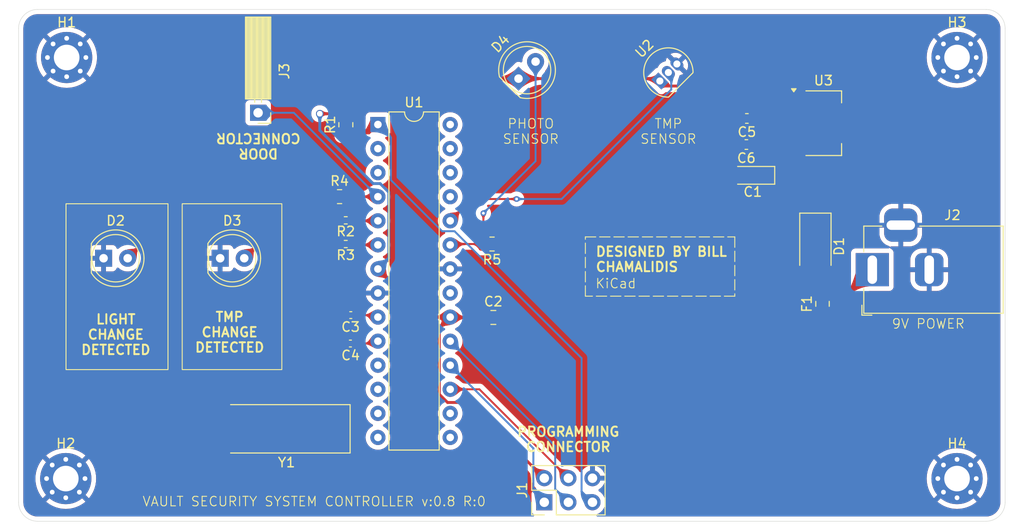
<source format=kicad_pcb>
(kicad_pcb (version 20240108) (generator "pcbnew") (generator_version "8.0")
  (title_block (title "VAULT SECURITY SYSTEM PCB") (date "2025-01-22") (rev "0") (company "CHAMALIDIS VASILEIOS SOTIRIOS"))
  (layers (0 "F.Cu" signal) (31 "B.Cu" signal) (34 "B.Paste" user) (35 "F.Paste" user) (36 "B.SilkS" user "B.Silkscreen") (37 "F.SilkS" user "F.Silkscreen") (38 "B.Mask" user) (39 "F.Mask" user) (44 "Edge.Cuts" user))
  (net 0 "")
  (net 1 "GND")
  (net 2 "9V")
  (net 3 "5V")
  (net 4 "/XTAL1")
  (net 5 "/XTAL2")
  (net 6 "Net-(C5-Pad2)")
  (net 7 "Net-(D1-A)")
  (net 8 "Net-(D2-A)")
  (net 9 "Net-(D3-A)")
  (net 10 "/PHOTO_D")
  (net 11 "Net-(F1-Pad1)")
  (net 12 "Net-(J1-Pin_1)")
  (net 13 "Net-(J1-Pin_3)")
  (net 14 "/RESET")
  (net 15 "Net-(J1-Pin_4)")
  (net 16 "/DOOR")
  (net 17 "Net-(U1-PD3)")
  (net 18 "Net-(U1-PD4)")
  (net 24 "/TMP1")
  (footprint "Resistor_SMD:R_0805_2012Metric" (layer "F.Cu") (at 133.3375 92.75)
    (property "Reference" "R4" (at 0 -1.65 0) (layer "F.SilkS"))
    (property "Value" "10K")
    (fp_line (start -0.227064 -0.735) (end 0.227064 -0.735) (stroke (width 0.12)) (layer "F.SilkS"))
    (fp_line (start -0.227064 0.735) (end 0.227064 0.735) (stroke (width 0.12)) (layer "F.SilkS"))
    (pad "1" smd roundrect (at -0.9125 0) (size 1.025 1.4) (layers "F.Cu" "F.Paste" "F.Mask") (roundrect_rratio 0.243902) (net 1 "GND"))
    (pad "2" smd roundrect (at 0.9125 0) (size 1.025 1.4) (layers "F.Cu" "F.Paste" "F.Mask") (roundrect_rratio 0.243902) (net 16 "/DOOR"))
  )
  (footprint "MountingHole:MountingHole_2.7mm_M2.5_Pad_Via" (layer "F.Cu") (at 104.568109 78.068109)
    (property "Reference" "H1" (at 0 -3.7 0) (layer "F.SilkS"))
    (property "Value" "MountingHole_Pad")
    (pad "1" thru_hole circle (at -2.025 0) (size 0.8 0.8) (drill 0.5) (layers "*.Cu" "*.Mask") (net 1 "GND"))
    (pad "1" thru_hole circle (at -1.431891 -1.431891) (size 0.8 0.8) (drill 0.5) (layers "*.Cu" "*.Mask") (net 1 "GND"))
    (pad "1" thru_hole circle (at -1.431891 1.431891) (size 0.8 0.8) (drill 0.5) (layers "*.Cu" "*.Mask") (net 1 "GND"))
    (pad "1" thru_hole circle (at 0 -2.025) (size 0.8 0.8) (drill 0.5) (layers "*.Cu" "*.Mask") (net 1 "GND"))
    (pad "1" thru_hole circle (at 0 0) (size 5.4 5.4) (drill 2.7) (layers "*.Cu" "*.Mask") (net 1 "GND"))
    (pad "1" thru_hole circle (at 0 2.025) (size 0.8 0.8) (drill 0.5) (layers "*.Cu" "*.Mask") (net 1 "GND"))
    (pad "1" thru_hole circle (at 1.431891 -1.431891) (size 0.8 0.8) (drill 0.5) (layers "*.Cu" "*.Mask") (net 1 "GND"))
    (pad "1" thru_hole circle (at 1.431891 1.431891) (size 0.8 0.8) (drill 0.5) (layers "*.Cu" "*.Mask") (net 1 "GND"))
    (pad "1" thru_hole circle (at 2.025 0) (size 0.8 0.8) (drill 0.5) (layers "*.Cu" "*.Mask") (net 1 "GND"))
  )
  (footprint "MountingHole:MountingHole_2.7mm_M2.5_Pad_Via" (layer "F.Cu") (at 198.431891 78.068109)
    (property "Reference" "H3" (at 0 -3.7 0) (layer "F.SilkS"))
    (property "Value" "MountingHole_Pad")
    (pad "1" thru_hole circle (at -2.025 0) (size 0.8 0.8) (drill 0.5) (layers "*.Cu" "*.Mask") (net 1 "GND"))
    (pad "1" thru_hole circle (at -1.431891 -1.431891) (size 0.8 0.8) (drill 0.5) (layers "*.Cu" "*.Mask") (net 1 "GND"))
    (pad "1" thru_hole circle (at -1.431891 1.431891) (size 0.8 0.8) (drill 0.5) (layers "*.Cu" "*.Mask") (net 1 "GND"))
    (pad "1" thru_hole circle (at 0 -2.025) (size 0.8 0.8) (drill 0.5) (layers "*.Cu" "*.Mask") (net 1 "GND"))
    (pad "1" thru_hole circle (at 0 0) (size 5.4 5.4) (drill 2.7) (layers "*.Cu" "*.Mask") (net 1 "GND"))
    (pad "1" thru_hole circle (at 0 2.025) (size 0.8 0.8) (drill 0.5) (layers "*.Cu" "*.Mask") (net 1 "GND"))
    (pad "1" thru_hole circle (at 1.431891 -1.431891) (size 0.8 0.8) (drill 0.5) (layers "*.Cu" "*.Mask") (net 1 "GND"))
    (pad "1" thru_hole circle (at 1.431891 1.431891) (size 0.8 0.8) (drill 0.5) (layers "*.Cu" "*.Mask") (net 1 "GND"))
    (pad "1" thru_hole circle (at 2.025 0) (size 0.8 0.8) (drill 0.5) (layers "*.Cu" "*.Mask") (net 1 "GND"))
  )
  (footprint "Resistor_SMD:R_0402_1005Metric" (layer "F.Cu") (at 133.99 95.25 180)
    (property "Reference" "R2" (at 0 -1.17 0) (layer "F.SilkS"))
    (property "Value" "1K")
    (fp_line (start -0.153641 0.38) (end 0.153641 0.38) (stroke (width 0.12)) (layer "F.SilkS"))
    (fp_line (start -0.153641 -0.38) (end 0.153641 -0.38) (stroke (width 0.12)) (layer "F.SilkS"))
    (pad "1" smd roundrect (at -0.51 0 180) (size 0.54 0.64) (layers "F.Cu" "F.Paste" "F.Mask") (net 17 "Net-(U1-PD3)"))
    (pad "2" smd roundrect (at 0.51 0 180) (size 0.54 0.64) (layers "F.Cu" "F.Paste" "F.Mask") (net 8 "Net-(D2-A)"))
  )
  (footprint "Capacitor_Tantalum_SMD:CP_EIA-3216-12_Kemet-S" (layer "F.Cu") (at 176.9 90.5 180)
    (property "Reference" "C1" (at 0 -1.75 0) (layer "F.SilkS"))
    (property "Value" "100nF")
    (fp_line (start 1.6 -0.935) (end -2.31 -0.935) (stroke (width 0.12)) (layer "F.SilkS"))
    (fp_line (start -2.31 0.935) (end 1.6 0.935) (stroke (width 0.12)) (layer "F.SilkS"))
    (fp_line (start -2.31 -0.935) (end -2.31 0.935) (stroke (width 0.12)) (layer "F.SilkS"))
    (pad "1" smd roundrect (at -1.35 0 180) (size 1.4 1.35) (layers "F.Cu" "F.Paste" "F.Mask") (roundrect_rratio 0.185185) (net 2 "9V"))
    (pad "2" smd roundrect (at 1.35 0 180) (size 1.4 1.35) (layers "F.Cu" "F.Paste" "F.Mask") (roundrect_rratio 0.185185) (net 1 "GND"))
  )
  (footprint "Connector_PinSocket_2.54mm:PinSocket_1x01_P2.54mm_Horizontal" (layer "F.Cu") (at 124.75 83.9 -90)
    (property "Reference" "J3" (at -4.38 -2.77 90) (layer "F.SilkS"))
    (property "Value" "VAULT_PIN")
    (fp_line (start -10.09 1.33) (end -1.46 1.33) (stroke (width 0.12)) (layer "F.SilkS"))
    (fp_line (start -10.09 1.214555) (end -1.46 1.214555) (stroke (width 0.12)) (layer "F.SilkS"))
    (fp_line (start -10.09 1.0991) (end -1.46 1.0991) (stroke (width 0.12)) (layer "F.SilkS"))
    (fp_line (start -10.09 0.983645) (end -1.46 0.983645) (stroke (width 0.12)) (layer "F.SilkS"))
    (fp_line (start -10.09 0.86819) (end -1.46 0.86819) (stroke (width 0.12)) (layer "F.SilkS"))
    (fp_line (start -10.09 0.752735) (end -1.46 0.752735) (stroke (width 0.12)) (layer "F.SilkS"))
    (fp_line (start -10.09 0.63728) (end -1.46 0.63728) (stroke (width 0.12)) (layer "F.SilkS"))
    (fp_line (start -10.09 0.521825) (end -1.46 0.521825) (stroke (width 0.12)) (layer "F.SilkS"))
    (fp_line (start -10.09 0.40637) (end -1.46 0.40637) (stroke (width 0.12)) (layer "F.SilkS"))
    (fp_line (start -1.46 0.36) (end -1.11 0.36) (stroke (width 0.12)) (layer "F.SilkS"))
    (fp_line (start -10.09 0.290915) (end -1.46 0.290915) (stroke (width 0.12)) (layer "F.SilkS"))
    (fp_line (start -10.09 0.17546) (end -1.46 0.17546) (stroke (width 0.12)) (layer "F.SilkS"))
    (fp_line (start -10.09 0.060005) (end -1.46 0.060005) (stroke (width 0.12)) (layer "F.SilkS"))
    (fp_line (start -10.09 -0.05545) (end -1.46 -0.05545) (stroke (width 0.12)) (layer "F.SilkS"))
    (fp_line (start -10.09 -0.170905) (end -1.46 -0.170905) (stroke (width 0.12)) (layer "F.SilkS"))
    (fp_line (start -10.09 -0.28636) (end -1.46 -0.28636) (stroke (width 0.12)) (layer "F.SilkS"))
    (fp_line (start -1.46 -0.36) (end -1.11 -0.36) (stroke (width 0.12)) (layer "F.SilkS"))
    (fp_line (start -10.09 -0.401815) (end -1.46 -0.401815) (stroke (width 0.12)) (layer "F.SilkS"))
    (fp_line (start -10.09 -0.51727) (end -1.46 -0.51727) (stroke (width 0.12)) (layer "F.SilkS"))
    (fp_line (start -10.09 -0.632725) (end -1.46 -0.632725) (stroke (width 0.12)) (layer "F.SilkS"))
    (fp_line (start -10.09 -0.74818) (end -1.46 -0.74818) (stroke (width 0.12)) (layer "F.SilkS"))
    (fp_line (start -10.09 -0.863635) (end -1.46 -0.863635) (stroke (width 0.12)) (layer "F.SilkS"))
    (fp_line (start -10.09 -0.97909) (end -1.46 -0.97909) (stroke (width 0.12)) (layer "F.SilkS"))
    (fp_line (start -10.09 -1.094545) (end -1.46 -1.094545) (stroke (width 0.12)) (layer "F.SilkS"))
    (fp_line (start -10.09 -1.21) (end -1.46 -1.21) (stroke (width 0.12)) (layer "F.SilkS"))
    (fp_line (start -10.09 -1.33) (end -10.09 1.33) (stroke (width 0.12)) (layer "F.SilkS"))
    (fp_line (start -10.09 -1.33) (end -1.46 -1.33) (stroke (width 0.12)) (layer "F.SilkS"))
    (fp_line (start -1.46 -1.33) (end -1.46 1.33) (stroke (width 0.12)) (layer "F.SilkS"))
    (fp_line (start 0 -1.33) (end 1.11 -1.33) (stroke (width 0.12)) (layer "F.SilkS"))
    (fp_line (start 1.11 -1.33) (end 1.11 0) (stroke (width 0.12)) (layer "F.SilkS"))
    (pad "1" thru_hole rect (at 0 0 270) (size 1.7 1.7) (drill 1) (layers "*.Cu" "*.Mask") (net 16 "/DOOR"))
  )
  (footprint "Resistor_SMD:R_0805_2012Metric" (layer "F.Cu") (at 149.4125 97.75 180)
    (property "Reference" "R5" (at 0 -1.65 0) (layer "F.SilkS"))
    (property "Value" "10K")
    (fp_line (start -0.227064 0.735) (end 0.227064 0.735) (stroke (width 0.12)) (layer "F.SilkS"))
    (fp_line (start -0.227064 -0.735) (end 0.227064 -0.735) (stroke (width 0.12)) (layer "F.SilkS"))
    (pad "1" smd roundrect (at -0.9125 0 180) (size 1.025 1.4) (layers "F.Cu" "F.Paste" "F.Mask") (roundrect_rratio 0.243902) (net 1 "GND"))
    (pad "2" smd roundrect (at 0.9125 0 180) (size 1.025 1.4) (layers "F.Cu" "F.Paste" "F.Mask") (roundrect_rratio 0.243902) (net 10 "/PHOTO_D"))
  )
  (footprint "Diode_SMD:D_SMA" (layer "F.Cu") (at 183.5 98 -90)
    (property "Reference" "D1" (at 0 -2.5 90) (layer "F.SilkS"))
    (property "Value" "D")
    (fp_line (start -3.51 1.65) (end 2 1.65) (stroke (width 0.12)) (layer "F.SilkS"))
    (fp_line (start -3.51 -1.65) (end -3.51 1.65) (stroke (width 0.12)) (layer "F.SilkS"))
    (fp_line (start -3.51 -1.65) (end 2 -1.65) (stroke (width 0.12)) (layer "F.SilkS"))
    (pad "1" smd roundrect (at -2 0 270) (size 2.5 1.8) (layers "F.Cu" "F.Paste" "F.Mask") (roundrect_rratio 0.1388888889) (net 2 "9V"))
    (pad "2" smd roundrect (at 2 0 270) (size 2.5 1.8) (layers "F.Cu" "F.Paste" "F.Mask") (roundrect_rratio 0.1388888889) (net 7 "Net-(D1-A)"))
  )
  (footprint "Connector_BarrelJack:BarrelJack_Horizontal" (layer "F.Cu") (at 189.5 100.4575 180)
    (property "Reference" "J2" (at -8.45 5.75 0) (layer "F.SilkS"))
    (property "Value" "Barrel_Jack_Switch")
    (fp_line (start 1.1 -3.75) (end 1.1 -4.8) (stroke (width 0.12)) (layer "F.SilkS"))
    (fp_line (start 0.9 4.6) (end -1 4.6) (stroke (width 0.12)) (layer "F.SilkS"))
    (fp_line (start 0.9 1.9) (end 0.9 4.6) (stroke (width 0.12)) (layer "F.SilkS"))
    (fp_line (start 0.9 -4.6) (end 0.9 -2) (stroke (width 0.12)) (layer "F.SilkS"))
    (fp_line (start 0.05 -4.8) (end 1.1 -4.8) (stroke (width 0.12)) (layer "F.SilkS"))
    (fp_line (start -5 4.6) (end -13.8 4.6) (stroke (width 0.12)) (layer "F.SilkS"))
    (fp_line (start -13.8 4.6) (end -13.8 -4.6) (stroke (width 0.12)) (layer "F.SilkS"))
    (fp_line (start -13.8 -4.6) (end 0.9 -4.6) (stroke (width 0.12)) (layer "F.SilkS"))
    (pad "1" thru_hole rect (at 0 0 180) (size 3.5 3.5) (drill oval 1 3) (layers "*.Cu" "*.Mask") (net 11 "Net-(F1-Pad1)"))
    (pad "2" thru_hole roundrect (at -6 0 180) (size 3 3.5) (drill oval 1 3) (layers "*.Cu" "*.Mask") (net 1 "GND"))
    (pad "3" thru_hole roundrect (at -3 4.7 180) (size 3.5 3.5) (drill oval 3 1) (layers "*.Cu" "*.Mask") (net 1 "GND"))
  )
  (footprint "Resistor_SMD:R_0402_1005Metric" (layer "F.Cu") (at 133.99 97.75 180)
    (property "Reference" "R3" (at 0 -1.17 0) (layer "F.SilkS"))
    (property "Value" "1K")
    (fp_line (start -0.153641 0.38) (end 0.153641 0.38) (stroke (width 0.12)) (layer "F.SilkS"))
    (fp_line (start -0.153641 -0.38) (end 0.153641 -0.38) (stroke (width 0.12)) (layer "F.SilkS"))
    (pad "1" smd roundrect (at -0.51 0 180) (size 0.54 0.64) (layers "F.Cu" "F.Paste" "F.Mask") (net 18 "Net-(U1-PD4)"))
    (pad "2" smd roundrect (at 0.51 0 180) (size 0.54 0.64) (layers "F.Cu" "F.Paste" "F.Mask") (net 9 "Net-(D3-A)"))
  )
  (footprint "LED_THT:LED_D5.0mm" (layer "F.Cu") (at 120.75 99.25)
    (property "Reference" "D3" (at 1.27 -3.96 0) (layer "F.SilkS"))
    (property "Value" "TMP_LED")
    (fp_line (start -1.29 -1.545) (end -1.29 1.545) (stroke (width 0.12)) (layer "F.SilkS"))
    (fp_arc (start -1.29 -1.54483) (mid 2.072002 -2.880433) (end 4.26 0.000462) (stroke (width 0.12)) (layer "F.SilkS"))
    (fp_arc (start 4.26 -0.000462) (mid 2.072002 2.880433) (end -1.29 1.54483) (stroke (width 0.12)) (layer "F.SilkS"))
    (fp_circle (center 1.27 0) (end 3.77 0) (stroke (width 0.12)) (fill none) (layer "F.SilkS"))
    (pad "1" thru_hole rect (at 0 0) (size 1.8 1.8) (drill 0.9) (layers "*.Cu" "*.Mask") (net 1 "GND"))
    (pad "2" thru_hole circle (at 2.54 0) (size 1.8 1.8) (drill 0.9) (layers "*.Cu" "*.Mask") (net 9 "Net-(D3-A)"))
  )
  (footprint "Capacitor_SMD:C_0402_1005Metric" (layer "F.Cu") (at 134.48 108.25 180)
    (property "Reference" "C4" (at -0.02 -1.25 0) (layer "F.SilkS"))
    (property "Value" "22pF")
    (fp_line (start -0.107836 0.36) (end 0.107836 0.36) (stroke (width 0.12)) (layer "F.SilkS"))
    (fp_line (start -0.107836 -0.36) (end 0.107836 -0.36) (stroke (width 0.12)) (layer "F.SilkS"))
    (pad "1" smd roundrect (at -0.48 0 180) (size 0.56 0.62) (layers "F.Cu" "F.Paste" "F.Mask") (net 5 "/XTAL2"))
    (pad "2" smd roundrect (at 0.48 0 180) (size 0.56 0.62) (layers "F.Cu" "F.Paste" "F.Mask") (net 1 "GND"))
  )
  (footprint "MountingHole:MountingHole_2.7mm_M2.5_Pad_Via" (layer "F.Cu") (at 198.431891 122.5)
    (property "Reference" "H4" (at 0 -3.7 0) (layer "F.SilkS"))
    (property "Value" "MountingHole_Pad")
    (pad "1" thru_hole circle (at -2.025 0) (size 0.8 0.8) (drill 0.5) (layers "*.Cu" "*.Mask") (net 1 "GND"))
    (pad "1" thru_hole circle (at -1.431891 -1.431891) (size 0.8 0.8) (drill 0.5) (layers "*.Cu" "*.Mask") (net 1 "GND"))
    (pad "1" thru_hole circle (at -1.431891 1.431891) (size 0.8 0.8) (drill 0.5) (layers "*.Cu" "*.Mask") (net 1 "GND"))
    (pad "1" thru_hole circle (at 0 -2.025) (size 0.8 0.8) (drill 0.5) (layers "*.Cu" "*.Mask") (net 1 "GND"))
    (pad "1" thru_hole circle (at 0 0) (size 5.4 5.4) (drill 2.7) (layers "*.Cu" "*.Mask") (net 1 "GND"))
    (pad "1" thru_hole circle (at 0 2.025) (size 0.8 0.8) (drill 0.5) (layers "*.Cu" "*.Mask") (net 1 "GND"))
    (pad "1" thru_hole circle (at 1.431891 -1.431891) (size 0.8 0.8) (drill 0.5) (layers "*.Cu" "*.Mask") (net 1 "GND"))
    (pad "1" thru_hole circle (at 1.431891 1.431891) (size 0.8 0.8) (drill 0.5) (layers "*.Cu" "*.Mask") (net 1 "GND"))
    (pad "1" thru_hole circle (at 2.025 0) (size 0.8 0.8) (drill 0.5) (layers "*.Cu" "*.Mask") (net 1 "GND"))
  )
  (footprint "Package_TO_SOT_THT:TO-92_Inline" (layer "F.Cu") (at 167.101974 80.547073 45)
    (property "Reference" "U2" (at 1.27 -3.560001 45) (layer "F.SilkS"))
    (property "Value" "TSIC206-TO92")
    (fp_line (start -0.53 1.85) (end 3.07 1.85) (stroke (width 0.12)) (layer "F.SilkS"))
    (fp_arc (start 1.27 -2.6) (mid 3.672088 -0.994977) (end 3.108478 1.838478) (stroke (width 0.12)) (layer "F.SilkS"))
    (fp_arc (start -0.568478 1.838478) (mid -1.132088 -0.994977) (end 1.27 -2.6) (stroke (width 0.12)) (layer "F.SilkS"))
    (pad "1" thru_hole rect (at 0 0 45) (size 1.05 1.5) (drill 0.75) (layers "*.Cu" "*.Mask") (net 3 "5V"))
    (pad "2" thru_hole oval (at 1.270001 0 45) (size 1.05 1.5) (drill 0.75) (layers "*.Cu" "*.Mask") (net 24 "/TMP1"))
    (pad "3" thru_hole oval (at 2.54 0 45) (size 1.05 1.5) (drill 0.75) (layers "*.Cu" "*.Mask") (net 1 "GND"))
  )
  (footprint "Package_TO_SOT_SMD:SOT-223-3_TabPin2" (layer "F.Cu") (at 184.35 85)
    (property "Reference" "U3" (at 0 -4.5 0) (layer "F.SilkS"))
    (property "Value" "LM317_SOT-223")
    (fp_line (start -1.85 -3.41) (end 1.91 -3.41) (stroke (width 0.12)) (layer "F.SilkS"))
    (fp_line (start -1.85 3.41) (end 1.91 3.41) (stroke (width 0.12)) (layer "F.SilkS"))
    (fp_line (start 1.91 -3.41) (end 1.91 -2.15) (stroke (width 0.12)) (layer "F.SilkS"))
    (fp_line (start 1.91 3.41) (end 1.91 2.15) (stroke (width 0.12)) (layer "F.SilkS"))
    (fp_poly (pts (xy -3.13 -3.31) (xy -3.37 -3.64) (xy -2.89 -3.64) (xy -3.13 -3.31)) (stroke (width 0.12)) (fill solid) (layer "F.SilkS"))
    (pad "1" smd roundrect (at -3.15 -2.3) (size 2 1.5) (layers "F.Cu" "F.Paste" "F.Mask") (net 1 "GND"))
    (pad "2" smd roundrect (at -3.15 0) (size 2 1.5) (layers "F.Cu" "F.Paste" "F.Mask") (net 3 "5V"))
    (pad "2" smd roundrect (at 3.15 0) (size 2 3.8) (layers "F.Cu" "F.Paste" "F.Mask") (net 3 "5V"))
    (pad "3" smd roundrect (at -3.15 2.3) (size 2 1.5) (layers "F.Cu" "F.Paste" "F.Mask") (net 2 "9V"))
  )
  (footprint "Capacitor_SMD:C_0603_1608Metric" (layer "F.Cu") (at 176.275 84.5 180)
    (property "Reference" "C5" (at 0 -1.43 0) (layer "F.SilkS"))
    (property "Value" "0.22uF")
    (fp_line (start -0.14058 0.51) (end 0.14058 0.51) (stroke (width 0.12)) (layer "F.SilkS"))
    (fp_line (start -0.14058 -0.51) (end 0.14058 -0.51) (stroke (width 0.12)) (layer "F.SilkS"))
    (pad "1" smd roundrect (at -0.775 0 180) (size 0.9 0.95) (layers "F.Cu" "F.Paste" "F.Mask") (net 3 "5V"))
    (pad "2" smd roundrect (at 0.775 0 180) (size 0.9 0.95) (layers "F.Cu" "F.Paste" "F.Mask") (net 6 "Net-(C5-Pad2)"))
  )
  (footprint "Fuse:Fuse_0805_2012Metric" (layer "F.Cu") (at 184.25 104.0625 90)
    (property "Reference" "F1" (at 0 -1.65 90) (layer "F.SilkS"))
    (property "Value" "100mA")
    (fp_line (start -0.258578 -0.71) (end 0.258578 -0.71) (stroke (width 0.12)) (layer "F.SilkS"))
    (fp_line (start -0.258578 0.71) (end 0.258578 0.71) (stroke (width 0.12)) (layer "F.SilkS"))
    (pad "1" smd roundrect (at -0.9375 0 90) (size 0.975 1.4) (layers "F.Cu" "F.Paste" "F.Mask") (net 11 "Net-(F1-Pad1)"))
    (pad "2" smd roundrect (at 0.9375 0 90) (size 0.975 1.4) (layers "F.Cu" "F.Paste" "F.Mask") (net 7 "Net-(D1-A)"))
  )
  (footprint "Package_DIP:DIP-28_W7.62mm" (layer "F.Cu") (at 137.38 85.14)
    (property "Reference" "U1" (at 3.81 -2.33 0) (layer "F.SilkS"))
    (property "Value" "ATmega328-P")
    (fp_line (start 1.16 -1.33) (end 1.16 34.35) (stroke (width 0.12)) (layer "F.SilkS"))
    (fp_line (start 1.16 34.35) (end 6.46 34.35) (stroke (width 0.12)) (layer "F.SilkS"))
    (fp_line (start 2.81 -1.33) (end 1.16 -1.33) (stroke (width 0.12)) (layer "F.SilkS"))
    (fp_line (start 6.46 -1.33) (end 4.81 -1.33) (stroke (width 0.12)) (layer "F.SilkS"))
    (fp_line (start 6.46 34.35) (end 6.46 -1.33) (stroke (width 0.12)) (layer "F.SilkS"))
    (fp_arc (start 4.81 -1.33) (mid 3.81 -0.33) (end 2.81 -1.33) (stroke (width 0.12)) (layer "F.SilkS"))
    (pad "1" thru_hole rect (at 0 0) (size 1.6 1.6) (drill 0.8) (layers "*.Cu" "*.Mask") (net 14 "/RESET"))
    (pad "2" thru_hole oval (at 0 2.54) (size 1.6 1.6) (drill 0.8) (layers "*.Cu" "*.Mask"))
    (pad "3" thru_hole oval (at 0 5.08) (size 1.6 1.6) (drill 0.8) (layers "*.Cu" "*.Mask"))
    (pad "4" thru_hole oval (at 0 7.62) (size 1.6 1.6) (drill 0.8) (layers "*.Cu" "*.Mask") (net 16 "/DOOR"))
    (pad "5" thru_hole oval (at 0 10.16) (size 1.6 1.6) (drill 0.8) (layers "*.Cu" "*.Mask") (net 17 "Net-(U1-PD3)"))
    (pad "6" thru_hole oval (at 0 12.7) (size 1.6 1.6) (drill 0.8) (layers "*.Cu" "*.Mask") (net 18 "Net-(U1-PD4)"))
    (pad "7" thru_hole oval (at 0 15.24) (size 1.6 1.6) (drill 0.8) (layers "*.Cu" "*.Mask") (net 3 "5V"))
    (pad "8" thru_hole oval (at 0 17.78) (size 1.6 1.6) (drill 0.8) (layers "*.Cu" "*.Mask") (net 1 "GND"))
    (pad "9" thru_hole oval (at 0 20.32) (size 1.6 1.6) (drill 0.8) (layers "*.Cu" "*.Mask") (net 4 "/XTAL1"))
    (pad "10" thru_hole oval (at 0 22.86) (size 1.6 1.6) (drill 0.8) (layers "*.Cu" "*.Mask") (net 5 "/XTAL2"))
    (pad "11" thru_hole oval (at 0 25.4) (size 1.6 1.6) (drill 0.8) (layers "*.Cu" "*.Mask"))
    (pad "12" thru_hole oval (at 0 27.94) (size 1.6 1.6) (drill 0.8) (layers "*.Cu" "*.Mask"))
    (pad "13" thru_hole oval (at 0 30.48) (size 1.6 1.6) (drill 0.8) (layers "*.Cu" "*.Mask"))
    (pad "14" thru_hole oval (at 0 33.02) (size 1.6 1.6) (drill 0.8) (layers "*.Cu" "*.Mask"))
    (pad "15" thru_hole oval (at 7.62 33.02) (size 1.6 1.6) (drill 0.8) (layers "*.Cu" "*.Mask"))
    (pad "16" thru_hole oval (at 7.62 30.48) (size 1.6 1.6) (drill 0.8) (layers "*.Cu" "*.Mask"))
    (pad "17" thru_hole oval (at 7.62 27.94) (size 1.6 1.6) (drill 0.8) (layers "*.Cu" "*.Mask") (net 15 "Net-(J1-Pin_4)"))
    (pad "18" thru_hole oval (at 7.62 25.4) (size 1.6 1.6) (drill 0.8) (layers "*.Cu" "*.Mask") (net 12 "Net-(J1-Pin_1)"))
    (pad "19" thru_hole oval (at 7.62 22.86) (size 1.6 1.6) (drill 0.8) (layers "*.Cu" "*.Mask") (net 13 "Net-(J1-Pin_3)"))
    (pad "20" thru_hole oval (at 7.62 20.32) (size 1.6 1.6) (drill 0.8) (layers "*.Cu" "*.Mask") (net 3 "5V"))
    (pad "21" thru_hole oval (at 7.62 17.78) (size 1.6 1.6) (drill 0.8) (layers "*.Cu" "*.Mask"))
    (pad "22" thru_hole oval (at 7.62 15.24) (size 1.6 1.6) (drill 0.8) (layers "*.Cu" "*.Mask") (net 1 "GND"))
    (pad "23" thru_hole oval (at 7.62 12.7) (size 1.6 1.6) (drill 0.8) (layers "*.Cu" "*.Mask") (net 10 "/PHOTO_D"))
    (pad "24" thru_hole oval (at 7.62 10.16) (size 1.6 1.6) (drill 0.8) (layers "*.Cu" "*.Mask") (net 24 "/TMP1"))
    (pad "25" thru_hole oval (at 7.62 7.62) (size 1.6 1.6) (drill 0.8) (layers "*.Cu" "*.Mask"))
    (pad "26" thru_hole oval (at 7.62 5.08) (size 1.6 1.6) (drill 0.8) (layers "*.Cu" "*.Mask"))
    (pad "27" thru_hole oval (at 7.62 2.54) (size 1.6 1.6) (drill 0.8) (layers "*.Cu" "*.Mask"))
    (pad "28" thru_hole oval (at 7.62 0) (size 1.6 1.6) (drill 0.8) (layers "*.Cu" "*.Mask"))
  )
  (footprint "Capacitor_SMD:C_0805_2012Metric" (layer "F.Cu") (at 149.55 105.5)
    (property "Reference" "C2" (at 0 -1.68 0) (layer "F.SilkS"))
    (property "Value" "100nF")
    (fp_line (start -0.261252 -0.735) (end 0.261252 -0.735) (stroke (width 0.12)) (layer "F.SilkS"))
    (fp_line (start -0.261252 0.735) (end 0.261252 0.735) (stroke (width 0.12)) (layer "F.SilkS"))
    (pad "1" smd roundrect (at -0.95 0) (size 1 1.45) (layers "F.Cu" "F.Paste" "F.Mask") (net 3 "5V"))
    (pad "2" smd roundrect (at 0.95 0) (size 1 1.45) (layers "F.Cu" "F.Paste" "F.Mask") (net 1 "GND"))
  )
  (footprint "Capacitor_SMD:C_0402_1005Metric" (layer "F.Cu") (at 134.52 105.25 180)
    (property "Reference" "C3" (at 0.02 -1.25 0) (layer "F.SilkS"))
    (property "Value" "22pF")
    (fp_line (start -0.107836 0.36) (end 0.107836 0.36) (stroke (width 0.12)) (layer "F.SilkS"))
    (fp_line (start -0.107836 -0.36) (end 0.107836 -0.36) (stroke (width 0.12)) (layer "F.SilkS"))
    (pad "1" smd roundrect (at -0.48 0 180) (size 0.56 0.62) (layers "F.Cu" "F.Paste" "F.Mask") (net 4 "/XTAL1"))
    (pad "2" smd roundrect (at 0.48 0 180) (size 0.56 0.62) (layers "F.Cu" "F.Paste" "F.Mask") (net 1 "GND"))
  )
  (footprint "LED_THT:LED_D5.0mm_IRBlack" (layer "F.Cu") (at 152.203949 80.296051 45)
    (property "Reference" "D4" (at 1.27 -3.96 45) (layer "F.SilkS"))
    (property "Value" "D_Photo")
    (fp_line (start -1.29 -1.545) (end -1.29 1.545) (stroke (width 0.12)) (layer "F.SilkS"))
    (fp_arc (start -1.29 -1.54483) (mid 2.072002 -2.880433) (end 4.26 0.000462) (stroke (width 0.12)) (layer "F.SilkS"))
    (fp_arc (start 4.26 -0.000462) (mid 2.072002 2.880432) (end -1.29 1.54483) (stroke (width 0.12)) (layer "F.SilkS"))
    (fp_circle (center 1.270001 0) (end 3.770001 0) (stroke (width 0.12)) (fill none) (layer "F.SilkS"))
    (pad "1" thru_hole rect (at 0 0 45) (size 1.8 1.8) (drill 0.9) (layers "*.Cu" "*.Mask") (net 3 "5V"))
    (pad "2" thru_hole circle (at 2.54 0 45) (size 1.8 1.8) (drill 0.9) (layers "*.Cu" "*.Mask") (net 10 "/PHOTO_D"))
  )
  (footprint "Capacitor_SMD:C_0603_1608Metric" (layer "F.Cu") (at 176.225 87.25 180)
    (property "Reference" "C6" (at 0 -1.43 0) (layer "F.SilkS"))
    (property "Value" ".22uF")
    (fp_line (start -0.14058 0.51) (end 0.14058 0.51) (stroke (width 0.12)) (layer "F.SilkS"))
    (fp_line (start -0.14058 -0.51) (end 0.14058 -0.51) (stroke (width 0.12)) (layer "F.SilkS"))
    (pad "1" smd roundrect (at -0.775 0 180) (size 0.9 0.95) (layers "F.Cu" "F.Paste" "F.Mask") (net 2 "9V"))
    (pad "2" smd roundrect (at 0.775 0 180) (size 0.9 0.95) (layers "F.Cu" "F.Paste" "F.Mask") (net 6 "Net-(C5-Pad2)"))
  )
  (footprint "LED_THT:LED_D5.0mm" (layer "F.Cu") (at 108.46 99.25)
    (property "Reference" "D2" (at 1.27 -3.96 0) (layer "F.SilkS"))
    (property "Value" "LIGHT_LED")
    (fp_line (start -1.29 -1.545) (end -1.29 1.545) (stroke (width 0.12)) (layer "F.SilkS"))
    (fp_arc (start -1.29 -1.54483) (mid 2.072002 -2.880433) (end 4.26 0.000462) (stroke (width 0.12)) (layer "F.SilkS"))
    (fp_arc (start 4.26 -0.000462) (mid 2.072002 2.880433) (end -1.29 1.54483) (stroke (width 0.12)) (layer "F.SilkS"))
    (fp_circle (center 1.27 0) (end 3.77 0) (stroke (width 0.12)) (fill none) (layer "F.SilkS"))
    (pad "1" thru_hole rect (at 0 0) (size 1.8 1.8) (drill 0.9) (layers "*.Cu" "*.Mask") (net 1 "GND"))
    (pad "2" thru_hole circle (at 2.54 0) (size 1.8 1.8) (drill 0.9) (layers "*.Cu" "*.Mask") (net 8 "Net-(D2-A)"))
  )
  (footprint "MountingHole:MountingHole_2.7mm_M2.5_Pad_Via" (layer "F.Cu") (at 104.475 122.5)
    (property "Reference" "H2" (at 0 -3.7 0) (layer "F.SilkS"))
    (property "Value" "MountingHole_Pad")
    (pad "1" thru_hole circle (at -2.025 0) (size 0.8 0.8) (drill 0.5) (layers "*.Cu" "*.Mask") (net 1 "GND"))
    (pad "1" thru_hole circle (at -1.431891 -1.431891) (size 0.8 0.8) (drill 0.5) (layers "*.Cu" "*.Mask") (net 1 "GND"))
    (pad "1" thru_hole circle (at -1.431891 1.431891) (size 0.8 0.8) (drill 0.5) (layers "*.Cu" "*.Mask") (net 1 "GND"))
    (pad "1" thru_hole circle (at 0 -2.025) (size 0.8 0.8) (drill 0.5) (layers "*.Cu" "*.Mask") (net 1 "GND"))
    (pad "1" thru_hole circle (at 0 0) (size 5.4 5.4) (drill 2.7) (layers "*.Cu" "*.Mask") (net 1 "GND"))
    (pad "1" thru_hole circle (at 0 2.025) (size 0.8 0.8) (drill 0.5) (layers "*.Cu" "*.Mask") (net 1 "GND"))
    (pad "1" thru_hole circle (at 1.431891 -1.431891) (size 0.8 0.8) (drill 0.5) (layers "*.Cu" "*.Mask") (net 1 "GND"))
    (pad "1" thru_hole circle (at 1.431891 1.431891) (size 0.8 0.8) (drill 0.5) (layers "*.Cu" "*.Mask") (net 1 "GND"))
    (pad "1" thru_hole circle (at 2.025 0) (size 0.8 0.8) (drill 0.5) (layers "*.Cu" "*.Mask") (net 1 "GND"))
  )
  (footprint "Connector_PinHeader_2.54mm:PinHeader_2x03_P2.54mm_Vertical" (layer "F.Cu") (at 154.92 125 90)
    (property "Reference" "J1" (at 1.27 -2.33 90) (layer "F.SilkS"))
    (property "Value" "Conn_02x03_Odd_Even")
    (fp_line (start 3.87 -1.33) (end 3.87 6.41) (stroke (width 0.12)) (layer "F.SilkS"))
    (fp_line (start 1.27 -1.33) (end 3.87 -1.33) (stroke (width 0.12)) (layer "F.SilkS"))
    (fp_line (start -1.33 -1.33) (end 0 -1.33) (stroke (width 0.12)) (layer "F.SilkS"))
    (fp_line (start -1.33 0) (end -1.33 -1.33) (stroke (width 0.12)) (layer "F.SilkS"))
    (fp_line (start 1.27 1.27) (end 1.27 -1.33) (stroke (width 0.12)) (layer "F.SilkS"))
    (fp_line (start -1.33 1.27) (end 1.27 1.27) (stroke (width 0.12)) (layer "F.SilkS"))
    (fp_line (start -1.33 1.27) (end -1.33 6.41) (stroke (width 0.12)) (layer "F.SilkS"))
    (fp_line (start -1.33 6.41) (end 3.87 6.41) (stroke (width 0.12)) (layer "F.SilkS"))
    (pad "1" thru_hole rect (at 0 0 90) (size 1.7 1.7) (drill 1) (layers "*.Cu" "*.Mask") (net 12 "Net-(J1-Pin_1)"))
    (pad "2" thru_hole oval (at 2.54 0 90) (size 1.7 1.7) (drill 1) (layers "*.Cu" "*.Mask") (net 3 "5V"))
    (pad "3" thru_hole oval (at 0 2.54 90) (size 1.7 1.7) (drill 1) (layers "*.Cu" "*.Mask") (net 13 "Net-(J1-Pin_3)"))
    (pad "4" thru_hole oval (at 2.54 2.54 90) (size 1.7 1.7) (drill 1) (layers "*.Cu" "*.Mask") (net 15 "Net-(J1-Pin_4)"))
    (pad "5" thru_hole oval (at 0 5.08 90) (size 1.7 1.7) (drill 1) (layers "*.Cu" "*.Mask") (net 14 "/RESET"))
    (pad "6" thru_hole oval (at 2.54 5.08 90) (size 1.7 1.7) (drill 1) (layers "*.Cu" "*.Mask") (net 1 "GND"))
  )
  (footprint "Resistor_SMD:R_0805_2012Metric" (layer "F.Cu") (at 134 85.1625 90)
    (property "Reference" "R1" (at 0 -1.65 90) (layer "F.SilkS"))
    (property "Value" "10K")
    (fp_line (start -0.227064 -0.735) (end 0.227064 -0.735) (stroke (width 0.12)) (layer "F.SilkS"))
    (fp_line (start -0.227064 0.735) (end 0.227064 0.735) (stroke (width 0.12)) (layer "F.SilkS"))
    (pad "1" smd roundrect (at -0.9125 0 90) (size 1.025 1.4) (layers "F.Cu" "F.Paste" "F.Mask") (roundrect_rratio 0.243902) (net 14 "/RESET"))
    (pad "2" smd roundrect (at 0.9125 0 90) (size 1.025 1.4) (layers "F.Cu" "F.Paste" "F.Mask") (roundrect_rratio 0.243902) (net 3 "5V"))
  )
  (footprint "Crystal:Crystal_SMD_HC49-SD" (layer "F.Cu") (at 127.75 117.25 180)
    (property "Reference" "Y1" (at 0 -3.55 0) (layer "F.SilkS"))
    (property "Value" "16MHz")
    (fp_line (start 5.9 -2.55) (end -6.7 -2.55) (stroke (width 0.12)) (layer "F.SilkS"))
    (fp_line (start -6.7 2.55) (end 5.9 2.55) (stroke (width 0.12)) (layer "F.SilkS"))
    (fp_line (start -6.7 -2.55) (end -6.7 2.55) (stroke (width 0.12)) (layer "F.SilkS"))
    (pad "1" smd rect (at -4.25 0 180) (size 4.5 2) (layers "F.Cu" "F.Paste" "F.Mask") (net 5 "/XTAL2"))
    (pad "2" smd rect (at 4.25 0 180) (size 4.5 2) (layers "F.Cu" "F.Paste" "F.Mask") (net 4 "/XTAL1"))
  )
  (gr_rect (start 159.25 97) (end 175 103.25) (stroke (width 0.1) (type dash)) (fill none) (layer "F.SilkS"))
  (gr_rect (start 104.5 93.5) (end 115.25 111) (stroke (width 0.1)) (fill none) (layer "F.SilkS"))
  (gr_rect (start 116.75 93.5) (end 127.25 111) (stroke (width 0.1)) (fill none) (layer "F.SilkS"))
  (gr_line (start 99.5 125) (end 99.5 75) (stroke (width 0.05)) (layer "Edge.Cuts"))
  (gr_arc (start 99.5 75) (mid 100.085786 73.585786) (end 101.5 73) (stroke (width 0.05)) (layer "Edge.Cuts"))
  (gr_arc (start 101.5 127) (mid 100.085786 126.414214) (end 99.5 125) (stroke (width 0.05)) (layer "Edge.Cuts"))
  (gr_arc (start 203.5 125) (mid 202.914214 126.414214) (end 201.5 127) (stroke (width 0.05)) (layer "Edge.Cuts"))
  (gr_arc (start 201.5 73) (mid 202.914214 73.585786) (end 203.5 75) (stroke (width 0.05)) (layer "Edge.Cuts"))
  (gr_line (start 203.5 75) (end 203.5 125) (stroke (width 0.05)) (layer "Edge.Cuts"))
  (gr_line (start 201.5 127) (end 101.5 127) (stroke (width 0.05)) (layer "Edge.Cuts"))
  (gr_line (start 101.5 73) (end 201.5 73) (stroke (width 0.05)) (layer "Edge.Cuts"))
  (gr_text "TMP\nCHANGE\nDETECTED" (at 121.75 109.25 0) (layer "F.SilkS") (effects (font (size 1 1) (thickness 0.2) (bold yes)) (justify bottom)))
  (gr_text "VAULT SECURITY SYSTEM CONTROLLER v:0.8 R:0" (at 112.5 125.5 0) (layer "F.SilkS") (effects (font (size 1 1) (thickness 0.1)) (justify left bottom)))
  (gr_text "9V POWER" (at 191.5 106.75 0) (layer "F.SilkS") (effects (font (size 1 1) (thickness 0.1)) (justify left bottom)))
  (gr_text "KiCad" (at 160.25 102.5 0) (layer "F.SilkS") (effects (font (size 1 1) (thickness 0.1)) (justify left bottom)))
  (gr_text "PHOTO\nSENSOR" (at 153.5 87.25 0) (layer "F.SilkS") (effects (font (size 1 1) (thickness 0.1)) (justify bottom)))
  (gr_text "LIGHT\nCHANGE\nDETECTED" (at 109.75 109.5 0) (layer "F.SilkS") (effects (font (size 1 1) (thickness 0.2) (bold yes)) (justify bottom)))
  (gr_text "DESIGNED BY BILL\nCHAMALIDIS" (at 160.25 100.75 0) (layer "F.SilkS") (effects (font (size 1 1) (thickness 0.2) (bold yes)) (justify left bottom)))
  (gr_text "DOOR\nCONNECTOR" (at 124.775001 86 180) (layer "F.SilkS") (effects (font (size 1 1) (thickness 0.2) (bold yes)) (justify bottom)))
  (gr_text "PROGRAMMING\nCONNECTOR" (at 157.445 119.75 0) (layer "F.SilkS") (effects (font (size 1 1) (thickness 0.2) (bold yes)) (justify bottom)))
  (gr_text "TMP\nSENSOR" (at 168 87.25 0) (layer "F.SilkS") (effects (font (size 1 1) (thickness 0.1)) (justify bottom)))
  (segment (start 133.75 108.5) (end 133.5 108.5) (width 0.3) (layer "F.Cu") (net 1))
  (segment (start 133.5 108.5) (end 133 109) (width 0.3) (layer "F.Cu") (net 1))
  (segment (start 134 108.25) (end 133.75 108.5) (width 0.3) (layer "F.Cu") (net 1))
  (segment (start 145 100.38) (end 142.87 100.38) (width 0.3) (layer "B.Cu") (net 1))
  (segment (start 142.87 100.38) (end 142.75 100.5) (width 0.3) (layer "B.Cu") (net 1))
  (segment (start 183.5 89.6) (end 181.2 87.3) (width 0.3) (layer "F.Cu") (net 2))
  (segment (start 178.25 90.5) (end 178.25 88.5) (width 0.3) (layer "F.Cu") (net 2))
  (segment (start 183.5 96) (end 183.5 89.6) (width 0.3) (layer "F.Cu") (net 2))
  (segment (start 181.2 87.55) (end 178.25 90.5) (width 0.3) (layer "F.Cu") (net 2))
  (segment (start 178.25 88.5) (end 177 87.25) (width 0.3) (layer "F.Cu") (net 2))
  (segment (start 181.2 87.3) (end 181.2 87.55) (width 0.3) (layer "F.Cu") (net 2))
  (segment (start 177.05 84.5) (end 180.7 84.5) (width 0.3) (layer "F.Cu") (net 3))
  (segment (start 133.75 84) (end 134 84.25) (width 0.3) (layer "F.Cu") (net 3))
  (segment (start 142.46 105.46) (end 137.38 100.38) (width 0.3) (layer "F.Cu") (net 3))
  (segment (start 152.203949 80.296051) (end 137.953949 80.296051) (width 0.3) (layer "F.Cu") (net 3))
  (segment (start 131.25 84) (end 133.75 84) (width 0.3) (layer "F.Cu") (net 3))
  (segment (start 143.85 106.61) (end 145 105.46) (width 0.3) (layer "F.Cu") (net 3))
  (segment (start 145 105.46) (end 142.46 105.46) (width 0.3) (layer "F.Cu") (net 3))
  (segment (start 137.953949 80.296051) (end 134 84.25) (width 0.3) (layer "F.Cu") (net 3))
  (segment (start 177.05 83.824694) (end 174.302709 81.077403) (width 0.3) (layer "F.Cu") (net 3))
  (segment (start 143.85 113.6) (end 143.85 106.61) (width 0.3) (layer "F.Cu") (net 3))
  (segment (start 146.93 114.47) (end 144.72 114.47) (width 0.3) (layer "F.Cu") (net 3))
  (segment (start 177.05 84.5) (end 177.05 83.824694) (width 0.3) (layer "F.Cu") (net 3))
  (segment (start 166.850952 80.296051) (end 167.101974 80.547073) (width 0.3) (layer "F.Cu") (net 3))
  (segment (start 152.203949 80.296051) (end 166.850952 80.296051) (width 0.3) (layer "F.Cu") (net 3))
  (segment (start 144.72 114.47) (end 143.85 113.6) (width 0.3) (layer "F.Cu") (net 3))
  (segment (start 167.632304 81.077403) (end 167.101974 80.547073) (width 0.3) (layer "F.Cu") (net 3))
  (segment (start 154.92 122.46) (end 146.93 114.47) (width 0.3) (layer "F.Cu") (net 3))
  (segment (start 174.302709 81.077403) (end 167.632304 81.077403) (width 0.3) (layer "F.Cu") (net 3))
  (segment (start 181.2 85) (end 187.5 85) (width 0.3) (layer "F.Cu") (net 3))
  (segment (start 148.6 105.5) (end 145.04 105.5) (width 0.3) (layer "F.Cu") (net 3))
  (segment (start 145.04 105.5) (end 145 105.46) (width 0.3) (layer "F.Cu") (net 3))
  (segment (start 180.7 84.5) (end 181.2 85) (width 0.3) (layer "F.Cu") (net 3))
  (via (at 131.25 84) (size 0.8) (drill 0.6) (layers "F.Cu" "B.Cu") (net 3))
  (segment (start 137.616346 91.37) (end 136.87 91.37) (width 0.3) (layer "B.Cu") (net 3))
  (segment (start 138.53 92.283654) (end 137.616346 91.37) (width 0.3) (layer "B.Cu") (net 3))
  (segment (start 131.25 85.75) (end 131.25 84) (width 0.3) (layer "B.Cu") (net 3))
  (segment (start 138.53 99.23) (end 138.53 92.283654) (width 0.3) (layer "B.Cu") (net 3))
  (segment (start 136.87 91.37) (end 131.25 85.75) (width 0.3) (layer "B.Cu") (net 3))
  (segment (start 137.38 100.38) (end 138.53 99.23) (width 0.3) (layer "B.Cu") (net 3))
  (segment (start 130.324252 110.425751) (end 130.601992 110.148009) (width 0.14) (layer "F.Cu") (net 4))
  (segment (start 135 105.75) (end 135 105.25) (width 0.14) (layer "F.Cu") (net 4))
  (segment (start 129.753462 110.703492) (end 130.031204 110.425751) (width 0.14) (layer "F.Cu") (net 4))
  (segment (start 123.5 117.25) (end 129.753462 110.996538) (width 0.14) (layer "F.Cu") (net 4))
  (segment (start 137.17 105.25) (end 137.38 105.46) (width 0.14) (layer "F.Cu") (net 4))
  (segment (start 135 105.25) (end 137.17 105.25) (width 0.14) (layer "F.Cu") (net 4))
  (segment (start 130.601992 110.148009) (end 130.802301 109.947699) (width 0.14) (layer "F.Cu") (net 4))
  (segment (start 130.802301 109.947699) (end 135 105.75) (width 0.14) (layer "F.Cu") (net 4))
  (arc (start 130.177728 110.425751) (mid 130.25099 110.456097) (end 130.324252 110.425751) (width 0.14) (layer "F.Cu") (net 4))
  (arc (start 129.753463 110.850014) (mid 129.723117 110.776753) (end 129.753462 110.703492) (width 0.14) (layer "F.Cu") (net 4))
  (arc (start 129.753462 110.996538) (mid 129.783809 110.923276) (end 129.753463 110.850014) (width 0.14) (layer "F.Cu") (net 4))
  (arc (start 130.031204 110.425751) (mid 130.104466 110.395405) (end 130.177728 110.425751) (width 0.14) (layer "F.Cu") (net 4))
  (segment (start 131.459246 112.608) (end 131.459246 112.55) (width 0.14) (layer "F.Cu") (net 5))
  (segment (start 131.884 113.594) (end 132 113.594) (width 0.14) (layer "F.Cu") (net 5))
  (segment (start 132 112.724) (end 131.575246 112.724) (width 0.14) (layer "F.Cu") (net 5))
  (segment (start 132.540751 112.898) (end 132.540751 112.84) (width 0.14) (layer "F.Cu") (net 5))
  (segment (start 131.884 112.144) (end 131.575239 112.144) (width 0.14) (layer "F.Cu") (net 5))
  (segment (start 132 112.434) (end 132.424751 112.434) (width 0.14) (layer "F.Cu") (net 5))
  (segment (start 131.575248 113.594) (end 131.884 113.594) (width 0.14) (layer "F.Cu") (net 5))
  (segment (start 132.540751 112.318) (end 132.540751 112.26) (width 0.14) (layer "F.Cu") (net 5))
  (segment (start 131.575248 113.014) (end 132 113.014) (width 0.14) (layer "F.Cu") (net 5))
  (segment (start 132 111.5) (end 132 111.21) (width 0.14) (layer "F.Cu") (net 5))
  (segment (start 132 113.594) (end 132.424751 113.594) (width 0.14) (layer "F.Cu") (net 5))
  (segment (start 134.96 108.25) (end 137.13 108.25) (width 0.14) (layer "F.Cu") (net 5))
  (segment (start 132.424751 112.724) (end 132 112.724) (width 0.14) (layer "F.Cu") (net 5))
  (segment (start 131.459239 112.028) (end 131.459239 111.97) (width 0.14) (layer "F.Cu") (net 5))
  (segment (start 132 111.21) (end 134.96 108.25) (width 0.14) (layer "F.Cu") (net 5))
  (segment (start 132.424751 112.144) (end 132 112.144) (width 0.14) (layer "F.Cu") (net 5))
  (segment (start 131.459248 113.768) (end 131.459248 113.71) (width 0.14) (layer "F.Cu") (net 5))
  (segment (start 131.575239 111.854) (end 131.884 111.854) (width 0.14) (layer "F.Cu") (net 5))
  (segment (start 132.540751 113.478) (end 132.540751 113.42) (width 0.14) (layer "F.Cu") (net 5))
  (segment (start 132 113.304) (end 131.575248 113.304) (width 0.14) (layer "F.Cu") (net 5))
  (segment (start 132 111.68) (end 132 111.5) (width 0.14) (layer "F.Cu") (net 5))
  (segment (start 137.13 108.25) (end 137.38 108) (width 0.14) (layer "F.Cu") (net 5))
  (segment (start 131.459248 113.188) (end 131.459248 113.13) (width 0.14) (layer "F.Cu") (net 5))
  (segment (start 132 117.25) (end 132 114) (width 0.14) (layer "F.Cu") (net 5))
  (segment (start 132.424751 113.304) (end 132 113.304) (width 0.14) (layer "F.Cu") (net 5))
  (segment (start 131.575246 112.434) (end 132 112.434) (width 0.14) (layer "F.Cu") (net 5))
  (segment (start 132 113.014) (end 132.424751 113.014) (width 0.14) (layer "F.Cu") (net 5))
  (segment (start 132 112.144) (end 131.884 112.144) (width 0.14) (layer "F.Cu") (net 5))
  (segment (start 132 111.738) (end 132 111.68) (width 0.14) (layer "F.Cu") (net 5))
  (segment (start 131.884 113.884) (end 131.575248 113.884) (width 0.14) (layer "F.Cu") (net 5))
  (arc (start 132.424751 112.434) (mid 132.506775 112.400024) (end 132.540751 112.318) (width 0.14) (layer "F.Cu") (net 5))
  (arc (start 131.459239 111.97) (mid 131.493215 111.887976) (end 131.575239 111.854) (width 0.14) (layer "F.Cu") (net 5))
  (arc (start 131.575239 112.144) (mid 131.493215 112.110024) (end 131.459239 112.028) (width 0.14) (layer "F.Cu") (net 5))
  (arc (start 131.575248 113.884) (mid 131.493224 113.850024) (end 131.459248 113.768) (width 0.14) (layer "F.Cu") (net 5))
  (arc (start 131.884 111.854) (mid 131.966024 111.820024) (end 132 111.738) (width 0.14) (layer "F.Cu") (net 5))
  (arc (start 132 114) (mid 131.966024 113.917976) (end 131.884 113.884) (width 0.14) (layer "F.Cu") (net 5))
  (arc (start 132.424751 113.594) (mid 132.506775 113.560024) (end 132.540751 113.478) (width 0.14) (layer "F.Cu") (net 5))
  (arc (start 132.540751 112.26) (mid 132.506775 112.177976) (end 132.424751 112.144) (width 0.14) (layer "F.Cu") (net 5))
  (arc (start 132.540751 112.84) (mid 132.506775 112.757976) (end 132.424751 112.724) (width 0.14) (layer "F.Cu") (net 5))
  (arc (start 131.459246 112.55) (mid 131.493222 112.467976) (end 131.575246 112.434) (width 0.14) (layer "F.Cu") (net 5))
  (arc (start 131.459248 113.13) (mid 131.493224 113.047976) (end 131.575248 113.014) (width 0.14) (layer "F.Cu") (net 5))
  (arc (start 131.575246 112.724) (mid 131.493222 112.690024) (end 131.459246 112.608) (width 0.14) (layer "F.Cu") (net 5))
  (arc (start 132.424751 113.014) (mid 132.506775 112.980024) (end 132.540751 112.898) (width 0.14) (layer "F.Cu") (net 5))
  (arc (start 131.575248 113.304) (mid 131.493224 113.270024) (end 131.459248 113.188) (width 0.14) (layer "F.Cu") (net 5))
  (arc (start 132.540751 113.42) (mid 132.506775 113.337976) (end 132.424751 113.304) (width 0.14) (layer "F.Cu") (net 5))
  (arc (start 131.459248 113.71) (mid 131.493224 113.627976) (end 131.575248 113.594) (width 0.14) (layer "F.Cu") (net 5))
  (segment (start 175.45 87.25) (end 175.45 84.55) (width 0.3) (layer "F.Cu") (net 6))
  (segment (start 175.45 84.55) (end 175.5 84.5) (width 0.3) (layer "F.Cu") (net 6))
  (segment (start 184.25 103.125) (end 183.5 102.375) (width 0.3) (layer "F.Cu") (net 7))
  (segment (start 183.5 102.375) (end 183.5 100) (width 0.3) (layer "F.Cu") (net 7))
  (segment (start 133.48 95.25) (end 115 95.25) (width 0.2) (layer "F.Cu") (net 8))
  (segment (start 115 95.25) (end 111 99.25) (width 0.2) (layer "F.Cu") (net 8))
  (segment (start 124.79 97.75) (end 123.29 99.25) (width 0.2) (layer "F.Cu") (net 9))
  (segment (start 133.48 97.75) (end 124.79 97.75) (width 0.2) (layer "F.Cu") (net 9))
  (segment (start 148.5 97.75) (end 145.09 97.75) (width 0.2) (layer "F.Cu") (net 10))
  (segment (start 148.5 94.5) (end 148.5 97.75) (width 0.2) (layer "F.Cu") (net 10))
  (segment (start 145.09 97.75) (end 145 97.84) (width 0.2) (layer "F.Cu") (net 10))
  (via (at 148.5 94.5) (size 0.6) (drill 0.3) (layers "F.Cu" "B.Cu") (net 10))
  (segment (start 154 78.5) (end 154 89) (width 0.2) (layer "B.Cu") (net 10))
  (segment (start 154 89) (end 148.5 94.5) (width 0.2) (layer "B.Cu") (net 10))
  (segment (start 184.9575 105) (end 184.25 105) (width 0.3) (layer "F.Cu") (net 11))
  (segment (start 189.5 100.4575) (end 184.9575 105) (width 0.3) (layer "F.Cu") (net 11))
  (segment (start 153.77 119.31) (end 145 110.54) (width 0.2) (layer "B.Cu") (net 12))
  (segment (start 154.92 125) (end 153.77 123.85) (width 0.2) (layer "B.Cu") (net 12))
  (segment (start 153.77 123.85) (end 153.77 119.31) (width 0.2) (layer "B.Cu") (net 12))
  (segment (start 157.46 125) (end 156.07 123.61) (width 0.2) (layer "B.Cu") (net 13))
  (segment (start 156.07 123.61) (end 156.07 119.07) (width 0.2) (layer "B.Cu") (net 13))
  (segment (start 156.07 119.07) (end 145 108) (width 0.2) (layer "B.Cu") (net 13))
  (segment (start 134 86.075) (end 136.445 86.075) (width 0.2) (layer "F.Cu") (net 14))
  (segment (start 136.445 86.075) (end 137.38 85.14) (width 0.2) (layer "F.Cu") (net 14))
  (segment (start 144.15 96.4) (end 138.75 91) (width 0.2) (layer "B.Cu") (net 14))
  (segment (start 145.455635 96.4) (end 144.15 96.4) (width 0.2) (layer "B.Cu") (net 14))
  (segment (start 160 125) (end 158.85 123.85) (width 0.2) (layer "B.Cu") (net 14))
  (segment (start 158.85 123.85) (end 158.85 109.794365) (width 0.2) (layer "B.Cu") (net 14))
  (segment (start 158.85 109.794365) (end 145.455635 96.4) (width 0.2) (layer "B.Cu") (net 14))
  (segment (start 138.75 86.51) (end 137.38 85.14) (width 0.2) (layer "B.Cu") (net 14))
  (segment (start 138.75 91) (end 138.75 86.51) (width 0.2) (layer "B.Cu") (net 14))
  (segment (start 148.08 113.08) (end 145 113.08) (width 0.2) (layer "F.Cu") (net 15))
  (segment (start 157.46 122.46) (end 148.08 113.08) (width 0.2) (layer "F.Cu") (net 15))
  (segment (start 134.25 92.75) (end 137.37 92.75) (width 0.2) (layer "F.Cu") (net 16))
  (segment (start 137.37 92.75) (end 137.38 92.76) (width 0.2) (layer "F.Cu") (net 16))
  (segment (start 124.725 83.9) (end 128.52 83.9) (width 0.2) (layer "B.Cu") (net 16))
  (segment (start 128.52 83.9) (end 137.38 92.76) (width 0.2) (layer "B.Cu") (net 16))
  (segment (start 134.55 95.3) (end 134.5 95.25) (width 0.2) (layer "F.Cu") (net 17))
  (segment (start 137.38 95.3) (end 134.55 95.3) (width 0.2) (layer "F.Cu") (net 17))
  (segment (start 134.59 97.84) (end 134.5 97.75) (width 0.2) (layer "F.Cu") (net 18))
  (segment (start 137.38 97.84) (end 134.59 97.84) (width 0.2) (layer "F.Cu") (net 18))
  (segment (start 147.3 93) (end 145 95.3) (width 0.2) (layer "F.Cu") (net 24))
  (segment (start 152 93) (end 147.3 93) (width 0.2) (layer "F.Cu") (net 24))
  (via (at 152 93) (size 0.6) (drill 0.3) (layers "F.Cu" "B.Cu") (net 24))
  (segment (start 168.303535 81.446465) (end 156.75 93) (width 0.2) (layer "B.Cu") (net 24))
  (segment (start 156.75 93) (end 152 93) (width 0.2) (layer "B.Cu") (net 24))
  (segment (start 168.303535 79.952582) (end 168.303535 81.446465) (width 0.2) (layer "B.Cu") (net 24))
  (segment (start 168 79.649047) (end 168.303535 79.952582) (width 0.2) (layer "B.Cu") (net 24))
  (zone (net 1) (net_name "GND") (layers "F&B.Cu") (connect_pads (clearance 0.5)) (min_thickness 0.25) (fill yes (thermal_gap 0.5) (thermal_bridge_width 0.5))
    (polygon (pts (xy 98.75 72.5) (xy 98.25 127.75) (xy 205.5 127.5) (xy 204.75 72)))
  )
)
</source>
